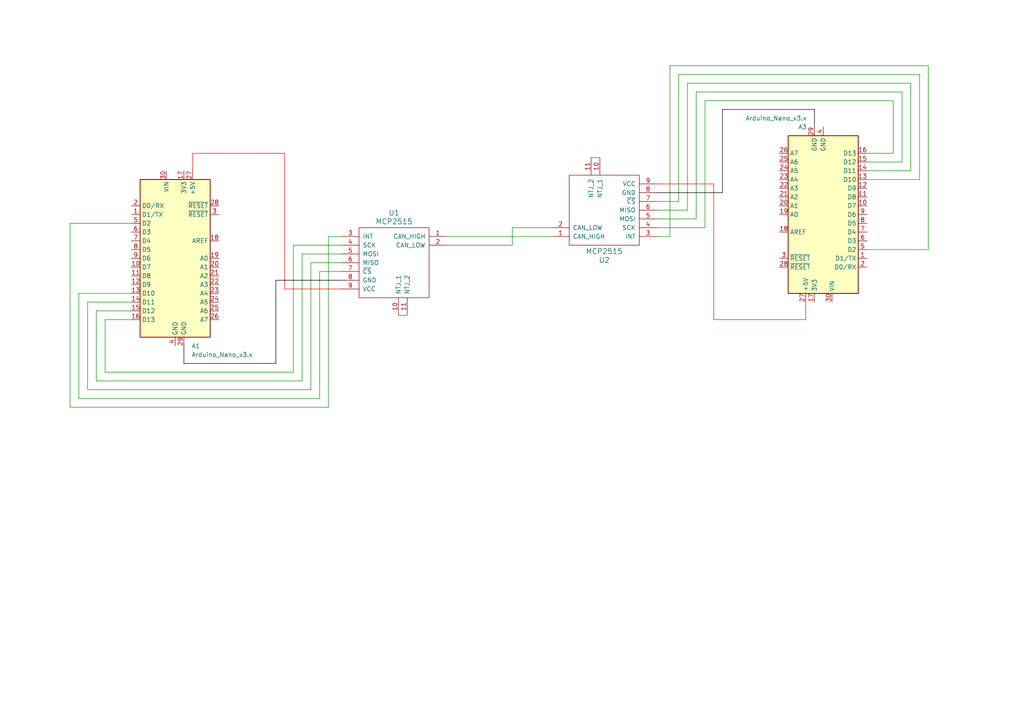
<source format=kicad_sch>
(kicad_sch
	(version 20231120)
	(generator "eeschema")
	(generator_version "8.0")
	(uuid "b7221ea1-d439-4b75-b20a-34e567341244")
	(paper "A4")
	(lib_symbols
		(symbol "MCU_Module:Arduino_Nano_v3.x"
			(exclude_from_sim no)
			(in_bom yes)
			(on_board yes)
			(property "Reference" "A"
				(at -10.16 23.495 0)
				(effects
					(font
						(size 1.27 1.27)
					)
					(justify left bottom)
				)
			)
			(property "Value" "Arduino_Nano_v3.x"
				(at 5.08 -24.13 0)
				(effects
					(font
						(size 1.27 1.27)
					)
					(justify left top)
				)
			)
			(property "Footprint" "Module:Arduino_Nano"
				(at 0 0 0)
				(effects
					(font
						(size 1.27 1.27)
						(italic yes)
					)
					(hide yes)
				)
			)
			(property "Datasheet" "http://www.mouser.com/pdfdocs/Gravitech_Arduino_Nano3_0.pdf"
				(at 0 0 0)
				(effects
					(font
						(size 1.27 1.27)
					)
					(hide yes)
				)
			)
			(property "Description" "Arduino Nano v3.x"
				(at 0 0 0)
				(effects
					(font
						(size 1.27 1.27)
					)
					(hide yes)
				)
			)
			(property "ki_keywords" "Arduino nano microcontroller module USB"
				(at 0 0 0)
				(effects
					(font
						(size 1.27 1.27)
					)
					(hide yes)
				)
			)
			(property "ki_fp_filters" "Arduino*Nano*"
				(at 0 0 0)
				(effects
					(font
						(size 1.27 1.27)
					)
					(hide yes)
				)
			)
			(symbol "Arduino_Nano_v3.x_0_1"
				(rectangle
					(start -10.16 22.86)
					(end 10.16 -22.86)
					(stroke
						(width 0.254)
						(type default)
					)
					(fill
						(type background)
					)
				)
			)
			(symbol "Arduino_Nano_v3.x_1_1"
				(pin bidirectional line
					(at -12.7 12.7 0)
					(length 2.54)
					(name "D1/TX"
						(effects
							(font
								(size 1.27 1.27)
							)
						)
					)
					(number "1"
						(effects
							(font
								(size 1.27 1.27)
							)
						)
					)
				)
				(pin bidirectional line
					(at -12.7 -2.54 0)
					(length 2.54)
					(name "D7"
						(effects
							(font
								(size 1.27 1.27)
							)
						)
					)
					(number "10"
						(effects
							(font
								(size 1.27 1.27)
							)
						)
					)
				)
				(pin bidirectional line
					(at -12.7 -5.08 0)
					(length 2.54)
					(name "D8"
						(effects
							(font
								(size 1.27 1.27)
							)
						)
					)
					(number "11"
						(effects
							(font
								(size 1.27 1.27)
							)
						)
					)
				)
				(pin bidirectional line
					(at -12.7 -7.62 0)
					(length 2.54)
					(name "D9"
						(effects
							(font
								(size 1.27 1.27)
							)
						)
					)
					(number "12"
						(effects
							(font
								(size 1.27 1.27)
							)
						)
					)
				)
				(pin bidirectional line
					(at -12.7 -10.16 0)
					(length 2.54)
					(name "D10"
						(effects
							(font
								(size 1.27 1.27)
							)
						)
					)
					(number "13"
						(effects
							(font
								(size 1.27 1.27)
							)
						)
					)
				)
				(pin bidirectional line
					(at -12.7 -12.7 0)
					(length 2.54)
					(name "D11"
						(effects
							(font
								(size 1.27 1.27)
							)
						)
					)
					(number "14"
						(effects
							(font
								(size 1.27 1.27)
							)
						)
					)
				)
				(pin bidirectional line
					(at -12.7 -15.24 0)
					(length 2.54)
					(name "D12"
						(effects
							(font
								(size 1.27 1.27)
							)
						)
					)
					(number "15"
						(effects
							(font
								(size 1.27 1.27)
							)
						)
					)
				)
				(pin bidirectional line
					(at -12.7 -17.78 0)
					(length 2.54)
					(name "D13"
						(effects
							(font
								(size 1.27 1.27)
							)
						)
					)
					(number "16"
						(effects
							(font
								(size 1.27 1.27)
							)
						)
					)
				)
				(pin power_out line
					(at 2.54 25.4 270)
					(length 2.54)
					(name "3V3"
						(effects
							(font
								(size 1.27 1.27)
							)
						)
					)
					(number "17"
						(effects
							(font
								(size 1.27 1.27)
							)
						)
					)
				)
				(pin input line
					(at 12.7 5.08 180)
					(length 2.54)
					(name "AREF"
						(effects
							(font
								(size 1.27 1.27)
							)
						)
					)
					(number "18"
						(effects
							(font
								(size 1.27 1.27)
							)
						)
					)
				)
				(pin bidirectional line
					(at 12.7 0 180)
					(length 2.54)
					(name "A0"
						(effects
							(font
								(size 1.27 1.27)
							)
						)
					)
					(number "19"
						(effects
							(font
								(size 1.27 1.27)
							)
						)
					)
				)
				(pin bidirectional line
					(at -12.7 15.24 0)
					(length 2.54)
					(name "D0/RX"
						(effects
							(font
								(size 1.27 1.27)
							)
						)
					)
					(number "2"
						(effects
							(font
								(size 1.27 1.27)
							)
						)
					)
				)
				(pin bidirectional line
					(at 12.7 -2.54 180)
					(length 2.54)
					(name "A1"
						(effects
							(font
								(size 1.27 1.27)
							)
						)
					)
					(number "20"
						(effects
							(font
								(size 1.27 1.27)
							)
						)
					)
				)
				(pin bidirectional line
					(at 12.7 -5.08 180)
					(length 2.54)
					(name "A2"
						(effects
							(font
								(size 1.27 1.27)
							)
						)
					)
					(number "21"
						(effects
							(font
								(size 1.27 1.27)
							)
						)
					)
				)
				(pin bidirectional line
					(at 12.7 -7.62 180)
					(length 2.54)
					(name "A3"
						(effects
							(font
								(size 1.27 1.27)
							)
						)
					)
					(number "22"
						(effects
							(font
								(size 1.27 1.27)
							)
						)
					)
				)
				(pin bidirectional line
					(at 12.7 -10.16 180)
					(length 2.54)
					(name "A4"
						(effects
							(font
								(size 1.27 1.27)
							)
						)
					)
					(number "23"
						(effects
							(font
								(size 1.27 1.27)
							)
						)
					)
				)
				(pin bidirectional line
					(at 12.7 -12.7 180)
					(length 2.54)
					(name "A5"
						(effects
							(font
								(size 1.27 1.27)
							)
						)
					)
					(number "24"
						(effects
							(font
								(size 1.27 1.27)
							)
						)
					)
				)
				(pin bidirectional line
					(at 12.7 -15.24 180)
					(length 2.54)
					(name "A6"
						(effects
							(font
								(size 1.27 1.27)
							)
						)
					)
					(number "25"
						(effects
							(font
								(size 1.27 1.27)
							)
						)
					)
				)
				(pin bidirectional line
					(at 12.7 -17.78 180)
					(length 2.54)
					(name "A7"
						(effects
							(font
								(size 1.27 1.27)
							)
						)
					)
					(number "26"
						(effects
							(font
								(size 1.27 1.27)
							)
						)
					)
				)
				(pin power_out line
					(at 5.08 25.4 270)
					(length 2.54)
					(name "+5V"
						(effects
							(font
								(size 1.27 1.27)
							)
						)
					)
					(number "27"
						(effects
							(font
								(size 1.27 1.27)
							)
						)
					)
				)
				(pin input line
					(at 12.7 15.24 180)
					(length 2.54)
					(name "~{RESET}"
						(effects
							(font
								(size 1.27 1.27)
							)
						)
					)
					(number "28"
						(effects
							(font
								(size 1.27 1.27)
							)
						)
					)
				)
				(pin power_in line
					(at 2.54 -25.4 90)
					(length 2.54)
					(name "GND"
						(effects
							(font
								(size 1.27 1.27)
							)
						)
					)
					(number "29"
						(effects
							(font
								(size 1.27 1.27)
							)
						)
					)
				)
				(pin input line
					(at 12.7 12.7 180)
					(length 2.54)
					(name "~{RESET}"
						(effects
							(font
								(size 1.27 1.27)
							)
						)
					)
					(number "3"
						(effects
							(font
								(size 1.27 1.27)
							)
						)
					)
				)
				(pin power_in line
					(at -2.54 25.4 270)
					(length 2.54)
					(name "VIN"
						(effects
							(font
								(size 1.27 1.27)
							)
						)
					)
					(number "30"
						(effects
							(font
								(size 1.27 1.27)
							)
						)
					)
				)
				(pin power_in line
					(at 0 -25.4 90)
					(length 2.54)
					(name "GND"
						(effects
							(font
								(size 1.27 1.27)
							)
						)
					)
					(number "4"
						(effects
							(font
								(size 1.27 1.27)
							)
						)
					)
				)
				(pin bidirectional line
					(at -12.7 10.16 0)
					(length 2.54)
					(name "D2"
						(effects
							(font
								(size 1.27 1.27)
							)
						)
					)
					(number "5"
						(effects
							(font
								(size 1.27 1.27)
							)
						)
					)
				)
				(pin bidirectional line
					(at -12.7 7.62 0)
					(length 2.54)
					(name "D3"
						(effects
							(font
								(size 1.27 1.27)
							)
						)
					)
					(number "6"
						(effects
							(font
								(size 1.27 1.27)
							)
						)
					)
				)
				(pin bidirectional line
					(at -12.7 5.08 0)
					(length 2.54)
					(name "D4"
						(effects
							(font
								(size 1.27 1.27)
							)
						)
					)
					(number "7"
						(effects
							(font
								(size 1.27 1.27)
							)
						)
					)
				)
				(pin bidirectional line
					(at -12.7 2.54 0)
					(length 2.54)
					(name "D5"
						(effects
							(font
								(size 1.27 1.27)
							)
						)
					)
					(number "8"
						(effects
							(font
								(size 1.27 1.27)
							)
						)
					)
				)
				(pin bidirectional line
					(at -12.7 0 0)
					(length 2.54)
					(name "D6"
						(effects
							(font
								(size 1.27 1.27)
							)
						)
					)
					(number "9"
						(effects
							(font
								(size 1.27 1.27)
							)
						)
					)
				)
			)
		)
		(symbol "_div:MCP2515_TSSOP"
			(pin_names
				(offset 1.016)
			)
			(exclude_from_sim no)
			(in_bom yes)
			(on_board yes)
			(property "Reference" "U1"
				(at 0 17.018 0)
				(effects
					(font
						(size 1.524 1.524)
					)
				)
			)
			(property "Value" "MCP2515"
				(at 0 14.478 0)
				(effects
					(font
						(size 1.524 1.524)
					)
				)
			)
			(property "Footprint" ""
				(at 3.81 5.08 0)
				(effects
					(font
						(size 1.524 1.524)
					)
				)
			)
			(property "Datasheet" ""
				(at 3.81 5.08 0)
				(effects
					(font
						(size 1.524 1.524)
					)
				)
			)
			(property "Description" ""
				(at 0 0 0)
				(effects
					(font
						(size 1.27 1.27)
					)
					(hide yes)
				)
			)
			(symbol "MCP2515_TSSOP_0_1"
				(rectangle
					(start -10.16 12.7)
					(end 10.16 -7.62)
					(stroke
						(width 0)
						(type solid)
					)
					(fill
						(type none)
					)
				)
			)
			(symbol "MCP2515_TSSOP_1_1"
				(pin input line
					(at 15.24 10.16 180)
					(length 5.08)
					(name "CAN_HIGH"
						(effects
							(font
								(size 1.27 1.27)
							)
						)
					)
					(number "1"
						(effects
							(font
								(size 1.27 1.27)
							)
						)
					)
				)
				(pin input line
					(at 1.27 -12.7 90)
					(length 5.08)
					(name "NTJ_1"
						(effects
							(font
								(size 1.27 1.27)
							)
						)
					)
					(number "10"
						(effects
							(font
								(size 1.27 1.27)
							)
						)
					)
				)
				(pin input line
					(at 3.81 -12.7 90)
					(length 5.08)
					(name "NTJ_2"
						(effects
							(font
								(size 1.27 1.27)
							)
						)
					)
					(number "11"
						(effects
							(font
								(size 1.27 1.27)
							)
						)
					)
				)
				(pin input line
					(at 15.24 7.62 180)
					(length 5.08)
					(name "CAN_LOW"
						(effects
							(font
								(size 1.27 1.27)
							)
						)
					)
					(number "2"
						(effects
							(font
								(size 1.27 1.27)
							)
						)
					)
				)
				(pin input line
					(at -15.24 10.16 0)
					(length 5.08)
					(name "INT"
						(effects
							(font
								(size 1.27 1.27)
							)
						)
					)
					(number "3"
						(effects
							(font
								(size 1.27 1.27)
							)
						)
					)
				)
				(pin input line
					(at -15.24 7.62 0)
					(length 5.08)
					(name "SCK"
						(effects
							(font
								(size 1.27 1.27)
							)
						)
					)
					(number "4"
						(effects
							(font
								(size 1.27 1.27)
							)
						)
					)
				)
				(pin input line
					(at -15.24 5.08 0)
					(length 5.08)
					(name "MOSI"
						(effects
							(font
								(size 1.27 1.27)
							)
						)
					)
					(number "5"
						(effects
							(font
								(size 1.27 1.27)
							)
						)
					)
				)
				(pin input line
					(at -15.24 2.54 0)
					(length 5.08)
					(name "MISO"
						(effects
							(font
								(size 1.27 1.27)
							)
						)
					)
					(number "6"
						(effects
							(font
								(size 1.27 1.27)
							)
						)
					)
				)
				(pin input line
					(at -15.24 0 0)
					(length 5.08)
					(name "~{CS}"
						(effects
							(font
								(size 1.27 1.27)
							)
						)
					)
					(number "7"
						(effects
							(font
								(size 1.27 1.27)
							)
						)
					)
				)
				(pin input line
					(at -15.24 -2.54 0)
					(length 5.08)
					(name "GND"
						(effects
							(font
								(size 1.27 1.27)
							)
						)
					)
					(number "8"
						(effects
							(font
								(size 1.27 1.27)
							)
						)
					)
				)
				(pin input line
					(at -15.24 -5.08 0)
					(length 5.08)
					(name "VCC"
						(effects
							(font
								(size 1.27 1.27)
							)
						)
					)
					(number "9"
						(effects
							(font
								(size 1.27 1.27)
							)
						)
					)
				)
			)
		)
	)
	(wire
		(pts
			(xy 199.39 60.96) (xy 190.5 60.96)
		)
		(stroke
			(width 0)
			(type default)
		)
		(uuid "04bc34b9-70cb-4586-9a2d-bd41a21cc6da")
	)
	(wire
		(pts
			(xy 251.46 52.07) (xy 266.7 52.07)
		)
		(stroke
			(width 0)
			(type default)
		)
		(uuid "082868d1-bbb2-40f9-8d9f-f9a7be690c57")
	)
	(wire
		(pts
			(xy 266.7 52.07) (xy 266.7 21.59)
		)
		(stroke
			(width 0)
			(type default)
		)
		(uuid "0dc57fb1-1a5a-4f43-8c82-34c629c3767e")
	)
	(wire
		(pts
			(xy 27.94 110.49) (xy 87.63 110.49)
		)
		(stroke
			(width 0)
			(type default)
		)
		(uuid "14876d83-ee1d-405e-a50a-9bf03effcc54")
	)
	(wire
		(pts
			(xy 129.54 71.12) (xy 148.59 71.12)
		)
		(stroke
			(width 0)
			(type default)
		)
		(uuid "14adf868-06ef-4230-a0fd-4450a199f7fd")
	)
	(wire
		(pts
			(xy 201.93 26.67) (xy 201.93 63.5)
		)
		(stroke
			(width 0)
			(type default)
		)
		(uuid "182e632d-a370-455c-b9ca-7e7288616794")
	)
	(wire
		(pts
			(xy 264.16 49.53) (xy 264.16 24.13)
		)
		(stroke
			(width 0)
			(type default)
		)
		(uuid "183ba5f5-dd01-4ab7-bc09-7e5318dbbc11")
	)
	(wire
		(pts
			(xy 269.24 72.39) (xy 251.46 72.39)
		)
		(stroke
			(width 0)
			(type default)
		)
		(uuid "19ea776b-4901-443a-a765-82897ee6cfa3")
	)
	(wire
		(pts
			(xy 129.54 68.58) (xy 160.02 68.58)
		)
		(stroke
			(width 0)
			(type default)
		)
		(uuid "1b114c81-09ce-4656-a07a-82210784e979")
	)
	(wire
		(pts
			(xy 20.32 118.11) (xy 20.32 64.77)
		)
		(stroke
			(width 0)
			(type default)
		)
		(uuid "1bca943c-4562-408a-996d-ca1af76c38c4")
	)
	(wire
		(pts
			(xy 30.48 92.71) (xy 30.48 107.95)
		)
		(stroke
			(width 0)
			(type default)
		)
		(uuid "1bcbeab8-8a65-469f-9180-460f7679b5f2")
	)
	(wire
		(pts
			(xy 207.01 92.71) (xy 233.68 92.71)
		)
		(stroke
			(width 0)
			(type default)
			(color 255 5 0 1)
		)
		(uuid "1f04d35f-eeec-4464-ab87-1fde4397807e")
	)
	(wire
		(pts
			(xy 148.59 71.12) (xy 148.59 66.04)
		)
		(stroke
			(width 0)
			(type default)
		)
		(uuid "1f91bbe2-dfbf-4b50-9eb6-8b5880041140")
	)
	(wire
		(pts
			(xy 266.7 21.59) (xy 196.85 21.59)
		)
		(stroke
			(width 0)
			(type default)
		)
		(uuid "22da60d4-b287-4cce-b455-84f2716238bf")
	)
	(wire
		(pts
			(xy 25.4 113.03) (xy 90.17 113.03)
		)
		(stroke
			(width 0)
			(type default)
		)
		(uuid "242f1496-d4a3-44ef-8a09-6b7904c68782")
	)
	(wire
		(pts
			(xy 207.01 53.34) (xy 190.5 53.34)
		)
		(stroke
			(width 0)
			(type default)
			(color 255 5 0 1)
		)
		(uuid "24be37a1-4b9f-4b96-9813-d2118c61fef3")
	)
	(wire
		(pts
			(xy 251.46 44.45) (xy 259.08 44.45)
		)
		(stroke
			(width 0)
			(type default)
		)
		(uuid "27625449-cf96-47b8-9b6a-cfb5f7788e6c")
	)
	(wire
		(pts
			(xy 92.71 78.74) (xy 99.06 78.74)
		)
		(stroke
			(width 0)
			(type default)
		)
		(uuid "2c5f36bb-b696-453a-a6eb-f293dd09e593")
	)
	(wire
		(pts
			(xy 38.1 87.63) (xy 25.4 87.63)
		)
		(stroke
			(width 0)
			(type default)
		)
		(uuid "313abfdb-3e68-4f30-b683-ac900dfa3b97")
	)
	(wire
		(pts
			(xy 201.93 63.5) (xy 190.5 63.5)
		)
		(stroke
			(width 0)
			(type default)
		)
		(uuid "3317a4ee-33a1-4413-ba7b-ad5eda84f160")
	)
	(wire
		(pts
			(xy 264.16 24.13) (xy 199.39 24.13)
		)
		(stroke
			(width 0)
			(type default)
		)
		(uuid "3cc1e9ab-8d65-48a2-92d1-4b02ff931cf3")
	)
	(wire
		(pts
			(xy 53.34 105.41) (xy 53.34 100.33)
		)
		(stroke
			(width 0)
			(type default)
			(color 0 0 0 1)
		)
		(uuid "3cf362f2-8f51-4e14-a4af-a594b6720c9c")
	)
	(wire
		(pts
			(xy 22.86 85.09) (xy 22.86 115.57)
		)
		(stroke
			(width 0)
			(type default)
		)
		(uuid "41c989c9-3a63-496d-abe4-0745baaf9fa1")
	)
	(wire
		(pts
			(xy 20.32 64.77) (xy 38.1 64.77)
		)
		(stroke
			(width 0)
			(type default)
		)
		(uuid "43657876-c80e-48b7-8ae7-69c5246c6a36")
	)
	(wire
		(pts
			(xy 199.39 24.13) (xy 199.39 60.96)
		)
		(stroke
			(width 0)
			(type default)
		)
		(uuid "45d5317f-6aa1-4a52-ac05-96b55067620a")
	)
	(wire
		(pts
			(xy 209.55 55.88) (xy 190.5 55.88)
		)
		(stroke
			(width 0)
			(type default)
			(color 0 0 0 1)
		)
		(uuid "47e2709d-bde6-44e7-b44d-22f78a70ac47")
	)
	(wire
		(pts
			(xy 194.31 68.58) (xy 194.31 19.05)
		)
		(stroke
			(width 0)
			(type default)
		)
		(uuid "49a92044-91b6-4072-8bb5-e665741b3db8")
	)
	(wire
		(pts
			(xy 251.46 46.99) (xy 261.62 46.99)
		)
		(stroke
			(width 0)
			(type default)
		)
		(uuid "5c0e15d8-2e30-403e-b03f-d385f278124c")
	)
	(wire
		(pts
			(xy 209.55 31.75) (xy 209.55 55.88)
		)
		(stroke
			(width 0)
			(type default)
			(color 0 0 0 1)
		)
		(uuid "61368a8e-a867-45cc-8c3e-80e2c45484b6")
	)
	(wire
		(pts
			(xy 194.31 68.58) (xy 190.5 68.58)
		)
		(stroke
			(width 0)
			(type default)
		)
		(uuid "6139d094-9a80-4b83-b378-38eb4af91c31")
	)
	(wire
		(pts
			(xy 90.17 113.03) (xy 90.17 76.2)
		)
		(stroke
			(width 0)
			(type default)
		)
		(uuid "6598be18-4f75-4aa7-b0fc-3150a209f874")
	)
	(wire
		(pts
			(xy 233.68 92.71) (xy 233.68 87.63)
		)
		(stroke
			(width 0)
			(type default)
			(color 255 5 0 1)
		)
		(uuid "6ccfd003-3435-43cc-9554-a3b5ab21ff2f")
	)
	(wire
		(pts
			(xy 171.45 45.72) (xy 173.99 45.72)
		)
		(stroke
			(width 0)
			(type default)
		)
		(uuid "6f65f5da-c380-4f7b-9c84-d862d3428010")
	)
	(wire
		(pts
			(xy 87.63 73.66) (xy 99.06 73.66)
		)
		(stroke
			(width 0)
			(type default)
		)
		(uuid "70c21f9a-c083-471a-879f-a48eeafd1d6e")
	)
	(wire
		(pts
			(xy 236.22 31.75) (xy 236.22 36.83)
		)
		(stroke
			(width 0)
			(type default)
			(color 0 0 0 1)
		)
		(uuid "724675dc-577b-4dd5-95e1-fd1b2510b58d")
	)
	(wire
		(pts
			(xy 261.62 46.99) (xy 261.62 26.67)
		)
		(stroke
			(width 0)
			(type default)
		)
		(uuid "7724f1ed-c98b-4417-9919-139ffc086700")
	)
	(wire
		(pts
			(xy 87.63 110.49) (xy 87.63 73.66)
		)
		(stroke
			(width 0)
			(type default)
		)
		(uuid "7e22e949-f554-46f0-b098-c366ae397351")
	)
	(wire
		(pts
			(xy 92.71 115.57) (xy 92.71 78.74)
		)
		(stroke
			(width 0)
			(type default)
		)
		(uuid "872944de-8060-43e8-82c4-ca8c4ccdb040")
	)
	(wire
		(pts
			(xy 80.01 105.41) (xy 80.01 81.28)
		)
		(stroke
			(width 0)
			(type default)
			(color 0 0 0 1)
		)
		(uuid "8929fac9-c245-4b8e-bd68-0ee389ce337c")
	)
	(wire
		(pts
			(xy 196.85 21.59) (xy 196.85 58.42)
		)
		(stroke
			(width 0)
			(type default)
		)
		(uuid "8cdd95cd-1557-462d-8268-ca49ec8cbcd4")
	)
	(wire
		(pts
			(xy 38.1 92.71) (xy 30.48 92.71)
		)
		(stroke
			(width 0)
			(type default)
		)
		(uuid "8e433306-8e90-4121-be93-3c993759211e")
	)
	(wire
		(pts
			(xy 95.25 68.58) (xy 95.25 118.11)
		)
		(stroke
			(width 0)
			(type default)
		)
		(uuid "9085b48c-bb06-4d8a-815d-a74bdfcb2aae")
	)
	(wire
		(pts
			(xy 259.08 44.45) (xy 259.08 29.21)
		)
		(stroke
			(width 0)
			(type default)
		)
		(uuid "924b8791-01ef-4377-a633-964a902e8949")
	)
	(wire
		(pts
			(xy 99.06 68.58) (xy 95.25 68.58)
		)
		(stroke
			(width 0)
			(type default)
		)
		(uuid "9397296d-7157-43fc-962e-eea14b28c9e4")
	)
	(wire
		(pts
			(xy 53.34 105.41) (xy 80.01 105.41)
		)
		(stroke
			(width 0)
			(type default)
			(color 0 0 0 1)
		)
		(uuid "9ac9a9f6-44de-4e63-b91c-fd7e9361c747")
	)
	(wire
		(pts
			(xy 204.47 66.04) (xy 190.5 66.04)
		)
		(stroke
			(width 0)
			(type default)
		)
		(uuid "9c5e4f00-bd08-48ac-856e-989f0f3616f9")
	)
	(wire
		(pts
			(xy 27.94 90.17) (xy 27.94 110.49)
		)
		(stroke
			(width 0)
			(type default)
		)
		(uuid "a1ef9a07-40ba-457e-8290-ca4f0728cd48")
	)
	(wire
		(pts
			(xy 85.09 107.95) (xy 85.09 71.12)
		)
		(stroke
			(width 0)
			(type default)
		)
		(uuid "a3b981be-d290-4094-aa78-206222451801")
	)
	(wire
		(pts
			(xy 259.08 29.21) (xy 204.47 29.21)
		)
		(stroke
			(width 0)
			(type default)
		)
		(uuid "a45f42ca-0f22-4c9b-8d1a-fd71972b7c90")
	)
	(wire
		(pts
			(xy 148.59 66.04) (xy 160.02 66.04)
		)
		(stroke
			(width 0)
			(type default)
		)
		(uuid "a73989b2-1092-4e1f-b78f-8d6fdec908b2")
	)
	(wire
		(pts
			(xy 38.1 90.17) (xy 27.94 90.17)
		)
		(stroke
			(width 0)
			(type default)
		)
		(uuid "a896e423-374a-49e7-a24c-bf770cec26e8")
	)
	(wire
		(pts
			(xy 85.09 71.12) (xy 99.06 71.12)
		)
		(stroke
			(width 0)
			(type default)
		)
		(uuid "b2d68d3c-bb38-43c9-b821-ccc865e871d6")
	)
	(wire
		(pts
			(xy 82.55 83.82) (xy 82.55 44.45)
		)
		(stroke
			(width 0)
			(type default)
			(color 255 5 0 1)
		)
		(uuid "b3a7e9af-3195-4759-be84-3b239074f9a4")
	)
	(wire
		(pts
			(xy 80.01 81.28) (xy 99.06 81.28)
		)
		(stroke
			(width 0)
			(type default)
			(color 0 0 0 1)
		)
		(uuid "b3c77868-fc1b-472c-ba77-055093ba262d")
	)
	(wire
		(pts
			(xy 38.1 85.09) (xy 22.86 85.09)
		)
		(stroke
			(width 0)
			(type default)
		)
		(uuid "bb76effd-71a5-41ba-8ac9-707848e8a5bb")
	)
	(wire
		(pts
			(xy 99.06 83.82) (xy 82.55 83.82)
		)
		(stroke
			(width 0)
			(type default)
			(color 255 5 0 1)
		)
		(uuid "c8a51847-019e-4229-96c0-2fb9a2554dfa")
	)
	(wire
		(pts
			(xy 196.85 58.42) (xy 190.5 58.42)
		)
		(stroke
			(width 0)
			(type default)
		)
		(uuid "cb952b3a-91c4-496a-9b3e-2ba3dd80a048")
	)
	(wire
		(pts
			(xy 251.46 49.53) (xy 264.16 49.53)
		)
		(stroke
			(width 0)
			(type default)
		)
		(uuid "cd7cd9bb-252e-4654-9223-b9471ee458b0")
	)
	(wire
		(pts
			(xy 30.48 107.95) (xy 85.09 107.95)
		)
		(stroke
			(width 0)
			(type default)
		)
		(uuid "cd933a4d-5edd-4810-ba4d-fddc77537b49")
	)
	(wire
		(pts
			(xy 90.17 76.2) (xy 99.06 76.2)
		)
		(stroke
			(width 0)
			(type default)
		)
		(uuid "d40f9903-936f-4eb5-9fd4-8d179ec8c203")
	)
	(wire
		(pts
			(xy 55.88 44.45) (xy 55.88 49.53)
		)
		(stroke
			(width 0)
			(type default)
			(color 255 5 0 1)
		)
		(uuid "d4169852-5c00-41e7-8e31-b77f850e6901")
	)
	(wire
		(pts
			(xy 236.22 31.75) (xy 209.55 31.75)
		)
		(stroke
			(width 0)
			(type default)
			(color 0 0 0 1)
		)
		(uuid "d482bd0a-86e8-4d3f-a610-d62604311b0a")
	)
	(wire
		(pts
			(xy 194.31 19.05) (xy 269.24 19.05)
		)
		(stroke
			(width 0)
			(type default)
		)
		(uuid "d7fc01c2-231a-42ce-b9aa-b81e42483376")
	)
	(wire
		(pts
			(xy 261.62 26.67) (xy 201.93 26.67)
		)
		(stroke
			(width 0)
			(type default)
		)
		(uuid "d917e248-69ea-4b77-ac34-15ab91d6c0cf")
	)
	(wire
		(pts
			(xy 204.47 29.21) (xy 204.47 66.04)
		)
		(stroke
			(width 0)
			(type default)
		)
		(uuid "d95ed999-4d1e-4e36-bdbd-63f6295a6802")
	)
	(wire
		(pts
			(xy 207.01 53.34) (xy 207.01 92.71)
		)
		(stroke
			(width 0)
			(type default)
			(color 255 5 0 1)
		)
		(uuid "d9a848ea-943a-4303-b0fa-00c26fca2f44")
	)
	(wire
		(pts
			(xy 115.57 91.44) (xy 118.11 91.44)
		)
		(stroke
			(width 0)
			(type default)
		)
		(uuid "d9e22125-902a-4b5f-938e-7eff1466088b")
	)
	(wire
		(pts
			(xy 22.86 115.57) (xy 92.71 115.57)
		)
		(stroke
			(width 0)
			(type default)
		)
		(uuid "da5fc064-5f19-4f48-95fe-49b749bc5b5b")
	)
	(wire
		(pts
			(xy 82.55 44.45) (xy 55.88 44.45)
		)
		(stroke
			(width 0)
			(type default)
			(color 255 5 0 1)
		)
		(uuid "dcba7f9e-aefb-4aac-9c62-18e40edf1af0")
	)
	(wire
		(pts
			(xy 95.25 118.11) (xy 20.32 118.11)
		)
		(stroke
			(width 0)
			(type default)
		)
		(uuid "e1afbb93-349d-44d2-a556-3cd089f9af09")
	)
	(wire
		(pts
			(xy 25.4 87.63) (xy 25.4 113.03)
		)
		(stroke
			(width 0)
			(type default)
		)
		(uuid "f97f274a-29ab-4060-bd0c-f718741e3988")
	)
	(wire
		(pts
			(xy 269.24 19.05) (xy 269.24 72.39)
		)
		(stroke
			(width 0)
			(type default)
		)
		(uuid "ffe8d340-ced3-41f6-be6b-bc970ae01590")
	)
	(symbol
		(lib_id "MCU_Module:Arduino_Nano_v3.x")
		(at 50.8 74.93 0)
		(unit 1)
		(exclude_from_sim no)
		(in_bom yes)
		(on_board yes)
		(dnp no)
		(fields_autoplaced yes)
		(uuid "4c8eda64-ecc2-4abc-a5f8-131436dba86a")
		(property "Reference" "A1"
			(at 55.5341 100.33 0)
			(effects
				(font
					(size 1.27 1.27)
				)
				(justify left)
			)
		)
		(property "Value" "Arduino_Nano_v3.x"
			(at 55.5341 102.87 0)
			(effects
				(font
					(size 1.27 1.27)
				)
				(justify left)
			)
		)
		(property "Footprint" "Module:Arduino_Nano"
			(at 50.8 74.93 0)
			(effects
				(font
					(size 1.27 1.27)
					(italic yes)
				)
				(hide yes)
			)
		)
		(property "Datasheet" "http://www.mouser.com/pdfdocs/Gravitech_Arduino_Nano3_0.pdf"
			(at 50.8 74.93 0)
			(effects
				(font
					(size 1.27 1.27)
				)
				(hide yes)
			)
		)
		(property "Description" "Arduino Nano v3.x"
			(at 50.8 74.93 0)
			(effects
				(font
					(size 1.27 1.27)
				)
				(hide yes)
			)
		)
		(pin "11"
			(uuid "4b293eab-6a74-4ef5-90f6-fcd0fb7f52c9")
		)
		(pin "4"
			(uuid "88364394-f41a-4a40-b367-5364417af9bf")
		)
		(pin "22"
			(uuid "a2acc837-2b5a-447e-913c-065c0fad501e")
		)
		(pin "14"
			(uuid "32e14277-a841-4362-ab94-e0b0400aabec")
		)
		(pin "21"
			(uuid "3cb3b766-faab-459c-ac43-c4b182c888f2")
		)
		(pin "24"
			(uuid "e979f788-ba39-458b-b007-f798df728e19")
		)
		(pin "12"
			(uuid "72b7c79a-1747-49b7-b4af-8a488da738ca")
		)
		(pin "16"
			(uuid "7f7f6a38-b8d4-4fc8-9284-75db87403a82")
		)
		(pin "28"
			(uuid "0ed72b55-98d8-4ffd-8405-5883c5192296")
		)
		(pin "5"
			(uuid "9cf87172-e363-4fe0-883c-399d8ff92caf")
		)
		(pin "9"
			(uuid "8018cd10-6406-4b4b-a5fb-18506c9a2228")
		)
		(pin "2"
			(uuid "e75ce3d4-caa7-44e1-a45e-88a64e07c8f0")
		)
		(pin "3"
			(uuid "e84e1367-9e6a-4b45-9c70-b3b701bf8e58")
		)
		(pin "7"
			(uuid "9b1fbf3d-1184-4fa9-aa2a-4e5de3b5281c")
		)
		(pin "19"
			(uuid "d41d4204-545c-4f3c-8699-6ae120d9cabb")
		)
		(pin "1"
			(uuid "c33c5bfc-9a34-4932-b574-c256ddecbf0f")
		)
		(pin "23"
			(uuid "ba4e6bd2-67a9-4c08-8845-59e0dc37f360")
		)
		(pin "20"
			(uuid "3fb8456a-1bf4-4f78-b355-421f8cdc2789")
		)
		(pin "18"
			(uuid "363c0a49-8e70-4aae-b6ef-5d4cd17c6d74")
		)
		(pin "17"
			(uuid "e104ed4d-5fdc-4765-b480-d83ef4bf9dd4")
		)
		(pin "25"
			(uuid "980ae207-3cd6-4639-a128-011a2ce3f484")
		)
		(pin "15"
			(uuid "40474714-ad6b-4f6e-b4a7-230cd1e2ca2c")
		)
		(pin "26"
			(uuid "ab86c48a-1dde-40a2-a1fe-b9228341c8a8")
		)
		(pin "30"
			(uuid "9a0fcc2d-87b1-4e1f-8284-35b283f53e83")
		)
		(pin "6"
			(uuid "8dbe9273-4d43-493a-9443-42622cae7c4d")
		)
		(pin "10"
			(uuid "16cd6748-c119-4eba-98d1-8c6f1959f604")
		)
		(pin "27"
			(uuid "60580093-07dc-4ec5-a89f-56ab2525a6c7")
		)
		(pin "13"
			(uuid "e794c025-ffd4-49fc-9400-c8329adb3761")
		)
		(pin "8"
			(uuid "4b6d06dd-3635-4049-a977-5bf3863033fe")
		)
		(pin "29"
			(uuid "1e9858b9-50ae-4d45-ac25-c24beeda1a99")
		)
		(instances
			(project ""
				(path "/b7221ea1-d439-4b75-b20a-34e567341244"
					(reference "A1")
					(unit 1)
				)
			)
		)
	)
	(symbol
		(lib_id "_div:MCP2515_TSSOP")
		(at 175.26 58.42 180)
		(unit 1)
		(exclude_from_sim no)
		(in_bom yes)
		(on_board yes)
		(dnp no)
		(fields_autoplaced yes)
		(uuid "98414739-6372-43f4-99b0-ea926da54a5f")
		(property "Reference" "U2"
			(at 175.26 75.438 0)
			(effects
				(font
					(size 1.524 1.524)
				)
			)
		)
		(property "Value" "MCP2515"
			(at 175.26 72.898 0)
			(effects
				(font
					(size 1.524 1.524)
				)
			)
		)
		(property "Footprint" ""
			(at 171.45 63.5 0)
			(effects
				(font
					(size 1.524 1.524)
				)
			)
		)
		(property "Datasheet" ""
			(at 171.45 63.5 0)
			(effects
				(font
					(size 1.524 1.524)
				)
			)
		)
		(property "Description" ""
			(at 175.26 58.42 0)
			(effects
				(font
					(size 1.27 1.27)
				)
				(hide yes)
			)
		)
		(pin "5"
			(uuid "c99ea219-9f6f-43c4-84a8-0da26ab8dffa")
		)
		(pin "1"
			(uuid "f674f7af-c2bf-4fde-9b35-8c2cc0021e41")
		)
		(pin "8"
			(uuid "21ff97ca-efaf-43a6-9019-16dfba49a1a0")
		)
		(pin "4"
			(uuid "175df29f-eaa9-4df8-bdcf-76b37a754bea")
		)
		(pin "10"
			(uuid "8a1219e6-3f57-49a4-965c-5bf2092ce3c1")
		)
		(pin "2"
			(uuid "3544e3ac-f963-45b4-80d9-d73e8f125173")
		)
		(pin "6"
			(uuid "05cc9da4-08df-4e95-9f3c-9dea269650ff")
		)
		(pin "7"
			(uuid "950d08d1-8711-4d25-9549-e41ace3d298c")
		)
		(pin "11"
			(uuid "e70bf1e3-9e77-4f29-b39e-544839f62b97")
		)
		(pin "9"
			(uuid "8328b2f3-4654-4e91-9867-f2339a894f51")
		)
		(pin "3"
			(uuid "c5c1e5d8-e60a-43c4-ae1f-d0efcd26b04f")
		)
		(instances
			(project "CAN_network_schema"
				(path "/b7221ea1-d439-4b75-b20a-34e567341244"
					(reference "U2")
					(unit 1)
				)
			)
		)
	)
	(symbol
		(lib_id "MCU_Module:Arduino_Nano_v3.x")
		(at 238.76 62.23 180)
		(unit 1)
		(exclude_from_sim no)
		(in_bom yes)
		(on_board yes)
		(dnp no)
		(fields_autoplaced yes)
		(uuid "b217ee4e-9f0e-43fa-a4de-f26435874231")
		(property "Reference" "A3"
			(at 234.0259 36.83 0)
			(effects
				(font
					(size 1.27 1.27)
				)
				(justify left)
			)
		)
		(property "Value" "Arduino_Nano_v3.x"
			(at 234.0259 34.29 0)
			(effects
				(font
					(size 1.27 1.27)
				)
				(justify left)
			)
		)
		(property "Footprint" "Module:Arduino_Nano"
			(at 238.76 62.23 0)
			(effects
				(font
					(size 1.27 1.27)
					(italic yes)
				)
				(hide yes)
			)
		)
		(property "Datasheet" "http://www.mouser.com/pdfdocs/Gravitech_Arduino_Nano3_0.pdf"
			(at 238.76 62.23 0)
			(effects
				(font
					(size 1.27 1.27)
				)
				(hide yes)
			)
		)
		(property "Description" "Arduino Nano v3.x"
			(at 238.76 62.23 0)
			(effects
				(font
					(size 1.27 1.27)
				)
				(hide yes)
			)
		)
		(pin "11"
			(uuid "29d4bfd9-ce79-448c-9dca-24513b66e57b")
		)
		(pin "4"
			(uuid "cb72207b-5248-431b-8add-18330291be8a")
		)
		(pin "22"
			(uuid "4fa0add6-2c0d-4013-95da-1234666d1cbe")
		)
		(pin "14"
			(uuid "1d763f96-26d8-4faf-b4d2-b6066d7d0c44")
		)
		(pin "21"
			(uuid "87c56e42-3469-47cd-b8b8-004093041a83")
		)
		(pin "24"
			(uuid "7af278d8-e508-4e60-b160-c3d72c967c79")
		)
		(pin "12"
			(uuid "b7e8d6ca-7556-4e9d-aab9-174f753f1dcc")
		)
		(pin "16"
			(uuid "432cffad-821b-4f58-9117-1cbc21ee9b40")
		)
		(pin "28"
			(uuid "8210b03a-4eb8-4734-aebf-331ad676628c")
		)
		(pin "5"
			(uuid "8052af20-ae76-4ade-b904-066efc2b704d")
		)
		(pin "9"
			(uuid "6c14c110-a6bf-4baf-a011-a58d2d4152be")
		)
		(pin "2"
			(uuid "15e25a7a-fcce-4a25-a773-22b1ffae2987")
		)
		(pin "3"
			(uuid "0a122b53-0289-4402-8342-8acc702d54f0")
		)
		(pin "7"
			(uuid "31c9051b-e874-4f4b-a9ab-d8ff4614eea0")
		)
		(pin "19"
			(uuid "1db5f6c1-ef12-4cd7-abea-05f3e079e67f")
		)
		(pin "1"
			(uuid "bf15e678-4486-4433-9ac6-c46b5da73acf")
		)
		(pin "23"
			(uuid "eec8955e-5b7f-425e-a7d0-33600b0ce7ba")
		)
		(pin "20"
			(uuid "6b3b9b9b-94de-4d7c-b3be-d7438a29c6d0")
		)
		(pin "18"
			(uuid "0fe39a30-2a36-408a-962b-10ccdbddb00c")
		)
		(pin "17"
			(uuid "8c406c83-e084-4728-96c3-5ae324e9c6ce")
		)
		(pin "25"
			(uuid "aa410a19-b019-4b0c-8355-b047fba9bf36")
		)
		(pin "15"
			(uuid "689e88f3-96d2-493b-95e4-fcb1b073c720")
		)
		(pin "26"
			(uuid "8b85c21f-81e1-4ba3-b00c-d7a7c33959a8")
		)
		(pin "30"
			(uuid "9b1ee139-086d-464a-8783-866c651d0624")
		)
		(pin "6"
			(uuid "4e0d9511-5f7c-4b49-9b94-e33df107adbd")
		)
		(pin "10"
			(uuid "2177d903-0a9b-43ec-91a8-ec7b841ef3cb")
		)
		(pin "27"
			(uuid "8b27b772-1c0c-4b84-9763-186d0daf3611")
		)
		(pin "13"
			(uuid "8f72512c-994b-4d81-a14a-e22e77ccfc00")
		)
		(pin "8"
			(uuid "830ac944-a7a3-4b61-8eaf-d569a41580da")
		)
		(pin "29"
			(uuid "a45c1711-3b1f-419c-9b9c-785a00b22fa8")
		)
		(instances
			(project "CAN_network_schema"
				(path "/b7221ea1-d439-4b75-b20a-34e567341244"
					(reference "A3")
					(unit 1)
				)
			)
		)
	)
	(symbol
		(lib_id "_div:MCP2515_TSSOP")
		(at 114.3 78.74 0)
		(unit 1)
		(exclude_from_sim no)
		(in_bom yes)
		(on_board yes)
		(dnp no)
		(fields_autoplaced yes)
		(uuid "bd9181b3-0375-44f1-a7cd-26bb49c9bcf4")
		(property "Reference" "U1"
			(at 114.3 61.722 0)
			(effects
				(font
					(size 1.524 1.524)
				)
			)
		)
		(property "Value" "MCP2515"
			(at 114.3 64.262 0)
			(effects
				(font
					(size 1.524 1.524)
				)
			)
		)
		(property "Footprint" ""
			(at 118.11 73.66 0)
			(effects
				(font
					(size 1.524 1.524)
				)
			)
		)
		(property "Datasheet" ""
			(at 118.11 73.66 0)
			(effects
				(font
					(size 1.524 1.524)
				)
			)
		)
		(property "Description" ""
			(at 114.3 78.74 0)
			(effects
				(font
					(size 1.27 1.27)
				)
				(hide yes)
			)
		)
		(pin "5"
			(uuid "04b0bbdc-a583-43b4-9c1b-d80b5014ace3")
		)
		(pin "1"
			(uuid "0f6aa46e-486e-420c-bab1-c4b024024176")
		)
		(pin "8"
			(uuid "56239490-1e7a-4dac-8117-e9044e7a8016")
		)
		(pin "4"
			(uuid "d9f4f02e-cc36-4734-b4e0-4fa283eefa8d")
		)
		(pin "10"
			(uuid "57ed9a31-660c-4b77-b698-25c951f24220")
		)
		(pin "2"
			(uuid "469dfebd-e134-4bdb-b19c-5ae58002254f")
		)
		(pin "6"
			(uuid "10af2461-7a48-48c7-8240-16f3d451838f")
		)
		(pin "7"
			(uuid "4513bd09-0333-49d2-9c26-2ec974965fb2")
		)
		(pin "11"
			(uuid "8a6865e4-f6c4-4a82-92ac-49865d094b65")
		)
		(pin "9"
			(uuid "3d41c085-388d-42ad-abbc-f4e23ed7c7ad")
		)
		(pin "3"
			(uuid "964f4391-4896-4bc6-aaa6-ddf360909c51")
		)
		(instances
			(project ""
				(path "/b7221ea1-d439-4b75-b20a-34e567341244"
					(reference "U1")
					(unit 1)
				)
			)
		)
	)
	(sheet_instances
		(path "/"
			(page "1")
		)
	)
)

</source>
